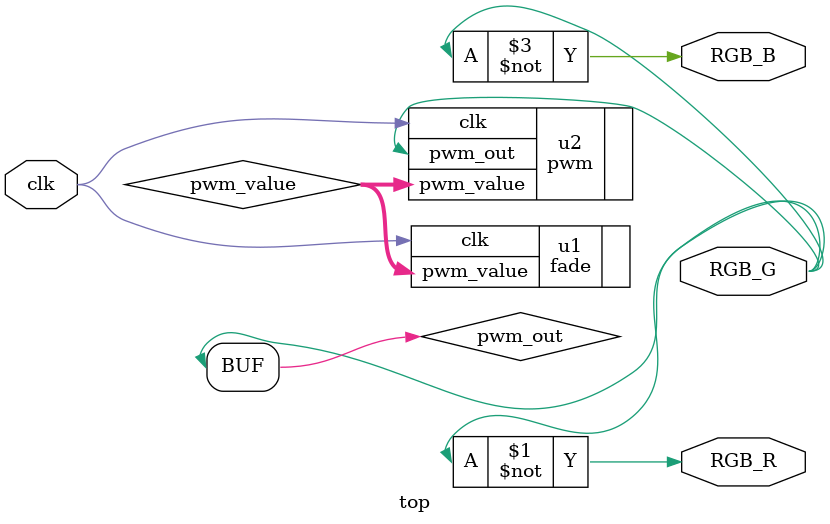
<source format=sv>
`include "fade.sv"
`include "pwm.sv"


module top #(
    parameter PWM_INTERVAL = 1200       // CLK frequency is 12MHz, so 1,200 cycles is 100us
)(
    input logic     clk, 
    output logic    RGB_R,
    output logic    RGB_G,
    output logic    RGB_B,
);

    logic [$clog2(PWM_INTERVAL) - 1:0] pwm_value;
    logic pwm_out;

    fade #(
        .PWM_INTERVAL   (PWM_INTERVAL)
    ) u1 (
        .clk            (clk), 
        .pwm_value      (pwm_value)
    );

    pwm #(
        .PWM_INTERVAL   (PWM_INTERVAL)
    ) u2 (
        .clk            (clk), 
        .pwm_value      (pwm_value), 
        .pwm_out        (pwm_out)
    );

    assign RGB_R = ~pwm_out;
    assign RGB_G = ~RGB_R;
    assign RGB_B = ~RGB_G;

endmodule

</source>
